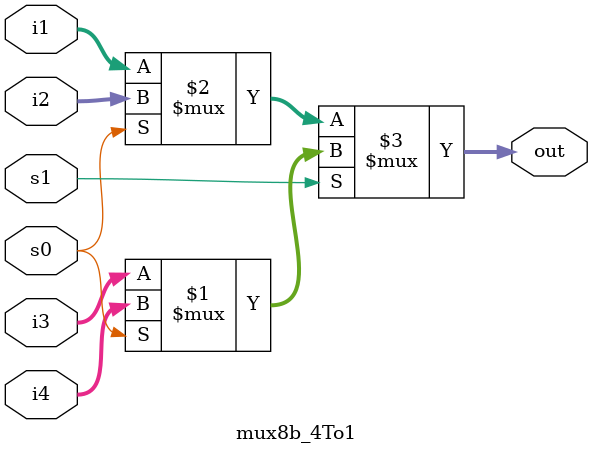
<source format=v>
`timescale 1ns / 1ps


module mux8b_4To1 ( 
    input [7:0] i1, 
    input [7:0] i2, 
    input [7:0] i3, 
    input [7:0] i4, 
    input s0, s1,
    output [7:0] out); 

 assign out = s1 ? (s0 ? i4 : i3) : (s0 ? i2 : i1); 

endmodule

</source>
